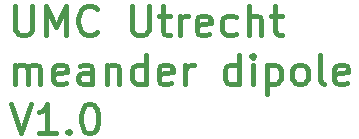
<source format=gto>
G04 #@! TF.GenerationSoftware,KiCad,Pcbnew,(5.1.4)-1*
G04 #@! TF.CreationDate,2019-11-25T13:30:55+01:00*
G04 #@! TF.ProjectId,Fractionated dipole antenna 2015,46726163-7469-46f6-9e61-746564206469,rev?*
G04 #@! TF.SameCoordinates,Original*
G04 #@! TF.FileFunction,Legend,Top*
G04 #@! TF.FilePolarity,Positive*
%FSLAX46Y46*%
G04 Gerber Fmt 4.6, Leading zero omitted, Abs format (unit mm)*
G04 Created by KiCad (PCBNEW (5.1.4)-1) date 2019-11-25 13:30:55*
%MOMM*%
%LPD*%
G04 APERTURE LIST*
%ADD10C,0.400000*%
G04 APERTURE END LIST*
D10*
X128007638Y-157040952D02*
X128007638Y-159064761D01*
X128126685Y-159302857D01*
X128245733Y-159421904D01*
X128483828Y-159540952D01*
X128960019Y-159540952D01*
X129198114Y-159421904D01*
X129317161Y-159302857D01*
X129436209Y-159064761D01*
X129436209Y-157040952D01*
X130626685Y-159540952D02*
X130626685Y-157040952D01*
X131460019Y-158826666D01*
X132293352Y-157040952D01*
X132293352Y-159540952D01*
X134912400Y-159302857D02*
X134793352Y-159421904D01*
X134436209Y-159540952D01*
X134198114Y-159540952D01*
X133840971Y-159421904D01*
X133602876Y-159183809D01*
X133483828Y-158945714D01*
X133364780Y-158469523D01*
X133364780Y-158112380D01*
X133483828Y-157636190D01*
X133602876Y-157398095D01*
X133840971Y-157160000D01*
X134198114Y-157040952D01*
X134436209Y-157040952D01*
X134793352Y-157160000D01*
X134912400Y-157279047D01*
X137888590Y-157040952D02*
X137888590Y-159064761D01*
X138007638Y-159302857D01*
X138126685Y-159421904D01*
X138364780Y-159540952D01*
X138840971Y-159540952D01*
X139079066Y-159421904D01*
X139198114Y-159302857D01*
X139317161Y-159064761D01*
X139317161Y-157040952D01*
X140150495Y-157874285D02*
X141102876Y-157874285D01*
X140507638Y-157040952D02*
X140507638Y-159183809D01*
X140626685Y-159421904D01*
X140864780Y-159540952D01*
X141102876Y-159540952D01*
X141936209Y-159540952D02*
X141936209Y-157874285D01*
X141936209Y-158350476D02*
X142055257Y-158112380D01*
X142174304Y-157993333D01*
X142412400Y-157874285D01*
X142650495Y-157874285D01*
X144436209Y-159421904D02*
X144198114Y-159540952D01*
X143721923Y-159540952D01*
X143483828Y-159421904D01*
X143364780Y-159183809D01*
X143364780Y-158231428D01*
X143483828Y-157993333D01*
X143721923Y-157874285D01*
X144198114Y-157874285D01*
X144436209Y-157993333D01*
X144555257Y-158231428D01*
X144555257Y-158469523D01*
X143364780Y-158707619D01*
X146698114Y-159421904D02*
X146460019Y-159540952D01*
X145983828Y-159540952D01*
X145745733Y-159421904D01*
X145626685Y-159302857D01*
X145507638Y-159064761D01*
X145507638Y-158350476D01*
X145626685Y-158112380D01*
X145745733Y-157993333D01*
X145983828Y-157874285D01*
X146460019Y-157874285D01*
X146698114Y-157993333D01*
X147769542Y-159540952D02*
X147769542Y-157040952D01*
X148840971Y-159540952D02*
X148840971Y-158231428D01*
X148721923Y-157993333D01*
X148483828Y-157874285D01*
X148126685Y-157874285D01*
X147888590Y-157993333D01*
X147769542Y-158112380D01*
X149674304Y-157874285D02*
X150626685Y-157874285D01*
X150031447Y-157040952D02*
X150031447Y-159183809D01*
X150150495Y-159421904D01*
X150388590Y-159540952D01*
X150626685Y-159540952D01*
X128007638Y-163690952D02*
X128007638Y-162024285D01*
X128007638Y-162262380D02*
X128126685Y-162143333D01*
X128364780Y-162024285D01*
X128721923Y-162024285D01*
X128960019Y-162143333D01*
X129079066Y-162381428D01*
X129079066Y-163690952D01*
X129079066Y-162381428D02*
X129198114Y-162143333D01*
X129436209Y-162024285D01*
X129793352Y-162024285D01*
X130031447Y-162143333D01*
X130150495Y-162381428D01*
X130150495Y-163690952D01*
X132293352Y-163571904D02*
X132055257Y-163690952D01*
X131579066Y-163690952D01*
X131340971Y-163571904D01*
X131221923Y-163333809D01*
X131221923Y-162381428D01*
X131340971Y-162143333D01*
X131579066Y-162024285D01*
X132055257Y-162024285D01*
X132293352Y-162143333D01*
X132412400Y-162381428D01*
X132412400Y-162619523D01*
X131221923Y-162857619D01*
X134555257Y-163690952D02*
X134555257Y-162381428D01*
X134436209Y-162143333D01*
X134198114Y-162024285D01*
X133721923Y-162024285D01*
X133483828Y-162143333D01*
X134555257Y-163571904D02*
X134317161Y-163690952D01*
X133721923Y-163690952D01*
X133483828Y-163571904D01*
X133364780Y-163333809D01*
X133364780Y-163095714D01*
X133483828Y-162857619D01*
X133721923Y-162738571D01*
X134317161Y-162738571D01*
X134555257Y-162619523D01*
X135745733Y-162024285D02*
X135745733Y-163690952D01*
X135745733Y-162262380D02*
X135864780Y-162143333D01*
X136102876Y-162024285D01*
X136460019Y-162024285D01*
X136698114Y-162143333D01*
X136817161Y-162381428D01*
X136817161Y-163690952D01*
X139079066Y-163690952D02*
X139079066Y-161190952D01*
X139079066Y-163571904D02*
X138840971Y-163690952D01*
X138364780Y-163690952D01*
X138126685Y-163571904D01*
X138007638Y-163452857D01*
X137888590Y-163214761D01*
X137888590Y-162500476D01*
X138007638Y-162262380D01*
X138126685Y-162143333D01*
X138364780Y-162024285D01*
X138840971Y-162024285D01*
X139079066Y-162143333D01*
X141221923Y-163571904D02*
X140983828Y-163690952D01*
X140507638Y-163690952D01*
X140269542Y-163571904D01*
X140150495Y-163333809D01*
X140150495Y-162381428D01*
X140269542Y-162143333D01*
X140507638Y-162024285D01*
X140983828Y-162024285D01*
X141221923Y-162143333D01*
X141340971Y-162381428D01*
X141340971Y-162619523D01*
X140150495Y-162857619D01*
X142412400Y-163690952D02*
X142412400Y-162024285D01*
X142412400Y-162500476D02*
X142531447Y-162262380D01*
X142650495Y-162143333D01*
X142888590Y-162024285D01*
X143126685Y-162024285D01*
X146936209Y-163690952D02*
X146936209Y-161190952D01*
X146936209Y-163571904D02*
X146698114Y-163690952D01*
X146221923Y-163690952D01*
X145983828Y-163571904D01*
X145864780Y-163452857D01*
X145745733Y-163214761D01*
X145745733Y-162500476D01*
X145864780Y-162262380D01*
X145983828Y-162143333D01*
X146221923Y-162024285D01*
X146698114Y-162024285D01*
X146936209Y-162143333D01*
X148126685Y-163690952D02*
X148126685Y-162024285D01*
X148126685Y-161190952D02*
X148007638Y-161310000D01*
X148126685Y-161429047D01*
X148245733Y-161310000D01*
X148126685Y-161190952D01*
X148126685Y-161429047D01*
X149317161Y-162024285D02*
X149317161Y-164524285D01*
X149317161Y-162143333D02*
X149555257Y-162024285D01*
X150031447Y-162024285D01*
X150269542Y-162143333D01*
X150388590Y-162262380D01*
X150507638Y-162500476D01*
X150507638Y-163214761D01*
X150388590Y-163452857D01*
X150269542Y-163571904D01*
X150031447Y-163690952D01*
X149555257Y-163690952D01*
X149317161Y-163571904D01*
X151936209Y-163690952D02*
X151698114Y-163571904D01*
X151579066Y-163452857D01*
X151460019Y-163214761D01*
X151460019Y-162500476D01*
X151579066Y-162262380D01*
X151698114Y-162143333D01*
X151936209Y-162024285D01*
X152293352Y-162024285D01*
X152531447Y-162143333D01*
X152650495Y-162262380D01*
X152769542Y-162500476D01*
X152769542Y-163214761D01*
X152650495Y-163452857D01*
X152531447Y-163571904D01*
X152293352Y-163690952D01*
X151936209Y-163690952D01*
X154198114Y-163690952D02*
X153960019Y-163571904D01*
X153840971Y-163333809D01*
X153840971Y-161190952D01*
X156102876Y-163571904D02*
X155864780Y-163690952D01*
X155388590Y-163690952D01*
X155150495Y-163571904D01*
X155031447Y-163333809D01*
X155031447Y-162381428D01*
X155150495Y-162143333D01*
X155388590Y-162024285D01*
X155864780Y-162024285D01*
X156102876Y-162143333D01*
X156221923Y-162381428D01*
X156221923Y-162619523D01*
X155031447Y-162857619D01*
X127650495Y-165340952D02*
X128483828Y-167840952D01*
X129317161Y-165340952D01*
X131460019Y-167840952D02*
X130031447Y-167840952D01*
X130745733Y-167840952D02*
X130745733Y-165340952D01*
X130507638Y-165698095D01*
X130269542Y-165936190D01*
X130031447Y-166055238D01*
X132531447Y-167602857D02*
X132650495Y-167721904D01*
X132531447Y-167840952D01*
X132412400Y-167721904D01*
X132531447Y-167602857D01*
X132531447Y-167840952D01*
X134198114Y-165340952D02*
X134436209Y-165340952D01*
X134674304Y-165460000D01*
X134793352Y-165579047D01*
X134912400Y-165817142D01*
X135031447Y-166293333D01*
X135031447Y-166888571D01*
X134912400Y-167364761D01*
X134793352Y-167602857D01*
X134674304Y-167721904D01*
X134436209Y-167840952D01*
X134198114Y-167840952D01*
X133960019Y-167721904D01*
X133840971Y-167602857D01*
X133721923Y-167364761D01*
X133602876Y-166888571D01*
X133602876Y-166293333D01*
X133721923Y-165817142D01*
X133840971Y-165579047D01*
X133960019Y-165460000D01*
X134198114Y-165340952D01*
M02*

</source>
